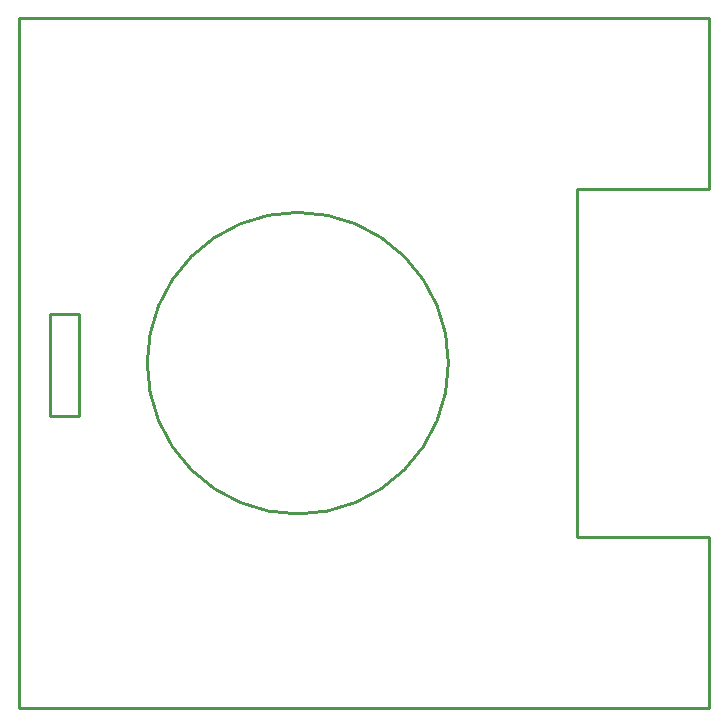
<source format=gko>
G04 Layer: BoardOutlineLayer*
G04 EasyEDA v6.5.34, 2023-08-21 18:11:39*
G04 f5a9b2a001124dd2b7bcbadcf8f69b5d,5a6b42c53f6a479593ecc07194224c93,10*
G04 Gerber Generator version 0.2*
G04 Scale: 100 percent, Rotated: No, Reflected: No *
G04 Dimensions in millimeters *
G04 leading zeros omitted , absolute positions ,4 integer and 5 decimal *
%FSLAX45Y45*%
%MOMM*%

%ADD10C,0.2540*%
D10*
X0Y5842000D02*
G01*
X5842000Y5842000D01*
X5841987Y4394192D01*
X4724389Y4394192D01*
X4724389Y1447797D01*
X5841987Y1447797D01*
X5842000Y0D01*
X0Y502D01*
X0Y5842000D01*
G75*
G01*
X1087191Y2921000D02*
G02*
X3637211Y2921000I1275010J1800D01*
G75*
G01*
X3637211Y2921000D02*
G02*
X1087191Y2921000I-1275010J-1800D01*
X1087191Y2921000D02*
G01*
X1087191Y2921000D01*
X260350Y3333742D02*
G01*
X260350Y2476494D01*
X260350Y2476494D02*
G01*
X508000Y2476494D01*
X508000Y2476494D02*
G01*
X508000Y3333742D01*
X508000Y3333742D02*
G01*
X260350Y3333742D01*

%LPD*%
M02*

</source>
